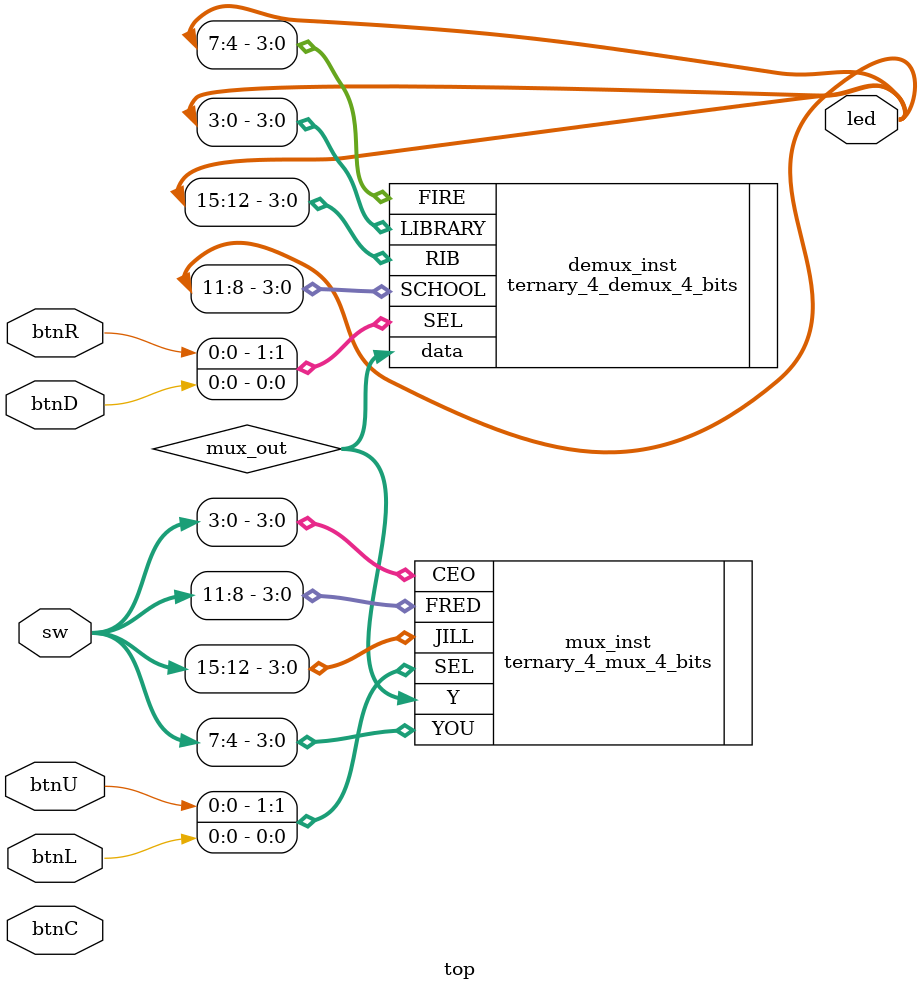
<source format=v>
module top(
    input [15:0] sw,
    input btnL,
    input btnU,
    input btnD,
    input btnR, 
    input btnC,
    output [15:0] led
);
    wire [3:0] mux_out;

    ternary_4_mux_4_bits mux_inst(
        .CEO(sw[3:0]),
        .YOU(sw[7:4]),
        .FRED(sw[11:8]),
        .Y(mux_out),
        .JILL(sw[15:12]),
        .SEL({btnU, btnL})
    );
    
    ternary_4_demux_4_bits demux_inst(
        .data(mux_out),
        .SEL({btnR, btnD}),
        .LIBRARY(led[3:0]),
        .FIRE(led[7:4]),
        .SCHOOL(led[11:8]),
        .RIB(led[15:12])
    );
    
endmodule
  

</source>
